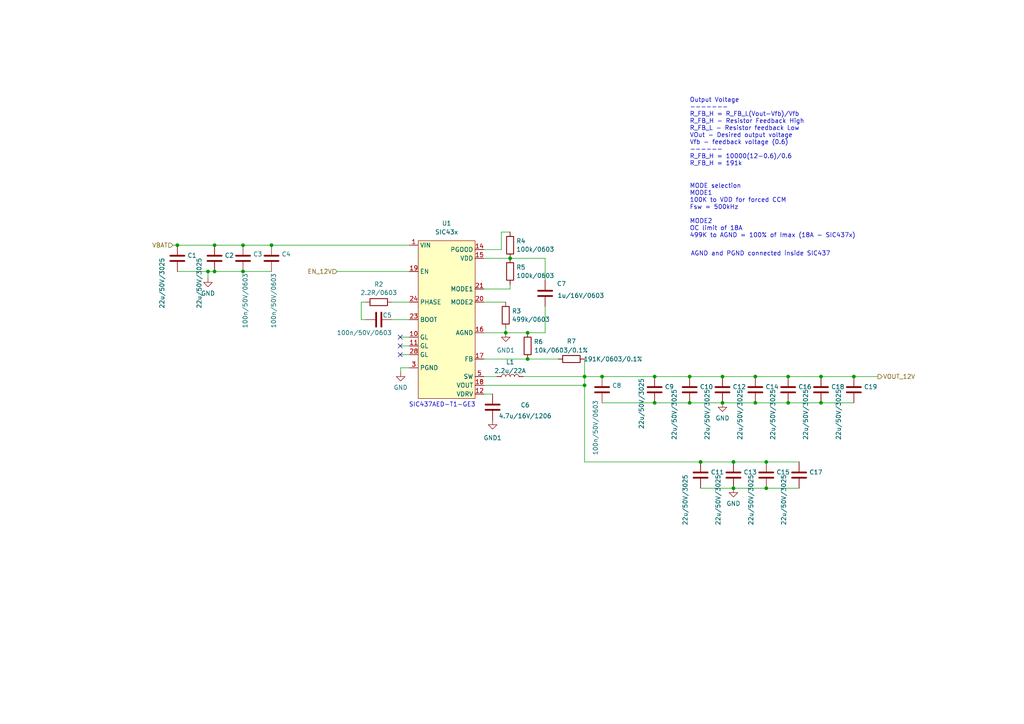
<source format=kicad_sch>
(kicad_sch (version 20250114) (generator "eeschema") (generator_version "9.0")
  (paper "A4")
  (title_block (title "Diptek Power Board V2") (date "2025-08-26") (rev "2"))
  (lib_symbols
    (symbol "Device:C" (pin_numbers (hide yes)) (pin_names (offset 0.254))
      (property "Reference" "C" (at 0.635 2.54 0))
      (property "Value" "C" (at 0.635 -2.54 0))
      (symbol "C_0_1"
        (polyline (pts (xy -2.032 0.762) (xy 2.032 0.762)) (stroke (width 0.508)))
        (polyline (pts (xy -2.032 -0.762) (xy 2.032 -0.762)) (stroke (width 0.508)))
      )
      (symbol "C_1_1"
        (pin passive line (at 0 3.81 270) (length 2.794) (name "~") (number "1"))
        (pin passive line (at 0 -3.81 90) (length 2.794) (name "~") (number "2"))
      )
    )
    (symbol "Device:L" (pin_numbers (hide yes)) (pin_names (offset 1.016) (hide yes))
      (property "Reference" "L" (at -1.27 0 90))
      (property "Value" "L" (at 1.905 0 90))
      (symbol "L_0_1"
        (arc (start 0 2.54) (mid 0.6323 1.905) (end 0 1.27))
        (arc (start 0 1.27) (mid 0.6323 0.635) (end 0 0))
        (arc (start 0 0) (mid 0.6323 -0.635) (end 0 -1.27))
        (arc (start 0 -1.27) (mid 0.6323 -1.905) (end 0 -2.54))
      )
      (symbol "L_1_1"
        (pin passive line (at 0 3.81 270) (length 1.27) (name "1") (number "1"))
        (pin passive line (at 0 -3.81 90) (length 1.27) (name "2") (number "2"))
      )
    )
    (symbol "Device:R" (pin_numbers (hide yes)) (pin_names (offset 0))
      (property "Reference" "R" (at 2.032 0 90))
      (property "Value" "R" (at 0 0 90))
      (symbol "R_0_1"
        (rectangle (start -1.016 -2.54) (end 1.016 2.54) (stroke (width 0.254)))
      )
      (symbol "R_1_1"
        (pin passive line (at 0 3.81 270) (length 1.27) (name "~") (number "1"))
        (pin passive line (at 0 -3.81 90) (length 1.27) (name "~") (number "2"))
      )
    )
    (symbol "DipTek PSU library:R" (pin_numbers (hide yes)) (pin_names (offset 0))
      (property "Reference" "R" (at 2.032 0 90))
      (property "Value" "R" (at 0 0 90))
      (symbol "R_0_1"
        (rectangle (start -1.016 -2.54) (end 1.016 2.54) (stroke (width 0.254)))
      )
      (symbol "R_1_1"
        (pin passive line (at 0 3.81 270) (length 1.27) (name "~") (number "1"))
        (pin passive line (at 0 -3.81 90) (length 1.27) (name "~") (number "2"))
      )
    )
    (symbol "RM_Converter_DCDC:SIC43x"
      (property "Reference" "U5" (at -0.635 21.59 0))
      (property "Value" "SIC43x" (at -0.635 19.05 0))
      (symbol "SIC43x_0_1"
        (rectangle (start -8.89 16.51) (end 7.62 -29.21) (fill (type background)))
      )
      (symbol "SIC43x_1_1"
        (pin input line (at -11.43 15.24 0) (length 2.54) (name "VIN") (number "1"))
        (pin passive line (at -11.43 15.24 0) (length 2.54) (hide yes) (name "VIN") (number "2"))
        (pin passive line (at -11.43 15.24 0) (length 2.54) (hide yes) (name "VIN") (number "22"))
        (pin passive line (at -11.43 15.24 0) (length 2.54) (hide yes) (name "VIN") (number "26"))
        (pin input line (at -11.43 7.62 0) (length 2.54) (name "EN") (number "19"))
        (pin input line (at -11.43 -1.27 0) (length 2.54) (name "PHASE") (number "24"))
        (pin input line (at -11.43 -6.35 0) (length 2.54) (name "BOOT") (number "23"))
        (pin passive line (at -11.43 -11.43 0) (length 2.54) (name "GL") (number "10"))
        (pin passive line (at -11.43 -13.97 0) (length 2.54) (name "GL") (number "11"))
        (pin passive line (at -11.43 -16.51 0) (length 2.54) (name "GL") (number "28"))
        (pin passive line (at -11.43 -20.32 0) (length 2.54) (hide yes) (name "PGND") (number "13"))
        (pin passive line (at -11.43 -20.32 0) (length 2.54) (hide yes) (name "PGND") (number "27"))
        (pin input line (at -11.43 -20.32 0) (length 2.54) (name "PGND") (number "3"))
        (pin passive line (at -11.43 -20.32 0) (length 2.54) (hide yes) (name "PGND") (number "4"))
        (pin open_collector line (at 10.16 13.97 180) (length 2.54) (name "PGOOD") (number "14"))
        (pin power_out line (at 10.16 11.43 180) (length 2.54) (name "VDD") (number "15"))
        (pin input line (at 10.16 2.54 180) (length 2.54) (name "MODE1") (number "21"))
        (pin input line (at 10.16 -1.27 180) (length 2.54) (name "MODE2") (number "20"))
        (pin input line (at 10.16 -10.16 180) (length 2.54) (name "AGND") (number "16"))
        (pin passive line (at 10.16 -10.16 180) (length 2.54) (hide yes) (name "AGND") (number "25"))
        (pin input line (at 10.16 -17.78 180) (length 2.54) (name "FB") (number "17"))
        (pin power_out line (at 10.16 -22.86 180) (length 2.54) (name "SW") (number "5"))
        (pin power_out line (at 10.16 -22.86 180) (length 2.54) (hide yes) (name "SW") (number "6"))
        (pin power_out line (at 10.16 -22.86 180) (length 2.54) (hide yes) (name "SW") (number "7"))
        (pin power_out line (at 10.16 -22.86 180) (length 2.54) (hide yes) (name "SW") (number "8"))
        (pin power_out line (at 10.16 -22.86 180) (length 2.54) (hide yes) (name "SW") (number "9"))
        (pin power_out line (at 10.16 -25.4 180) (length 2.54) (name "VOUT") (number "18"))
        (pin input line (at 10.16 -27.94 180) (length 2.54) (name "VDRV") (number "12"))
      )
    )
    (symbol "power:GND" (power) (pin_names (offset 0))
      (property "Value" "GND" (at 0 -3.81 0))
      (symbol "GND_0_1"
        (polyline (pts (xy 0 0) (xy 0 -1.27) (xy 1.27 -1.27) (xy 0 -2.54) (xy -1.27 -1.27) (xy 0 -1.27)))
      )
      (symbol "GND_1_1"
        (pin power_in line (at 0 0 270) (length 0) (hide yes) (name "GND") (number "1"))
      )
    )
    (symbol "power:GND1" (power) (pin_names (offset 0))
      (property "Value" "GND1" (at 0 -3.81 0))
      (symbol "GND1_0_1"
        (polyline (pts (xy 0 0) (xy 0 -1.27) (xy 1.27 -1.27) (xy 0 -2.54) (xy -1.27 -1.27) (xy 0 -1.27)))
      )
      (symbol "GND1_1_1"
        (pin power_in line (at 0 0 270) (length 0) (hide yes) (name "GND1") (number "1"))
      )
    )
  )
  (text "SIC437AED-T1-GE3" (at 128.27 117.475 0) (effects (font (size 1.27 1.27))))
  (text "MODE selection\nMODE1\n100K to VDD for forced CCM\nFsw = 500kHz\n\nMODE2\nOC limit of 18A\n499K to AGND = 100% of Imax (18A - SIC437x)" (at 200.025 61.214 0) (effects (font (size 1.27 1.27)) (justify left)))
  (text "AGND and PGND connected inside SIC437\n" (at 220.599 73.66 0) (effects (font (size 1.27 1.27))))
  (text "Output Voltage\n-------\nR_FB_H = R_FB_L(Vout-Vfb)/Vfb\nR_FB_H - Resistor Feedback High\nR_FB_L - Resistor feedback Low\nVOut - Desired output voltage\nVfb - feedback voltage (0.6)\n------\nR_FB_H = 10000(12-0.6)/0.6\nR_FB_H = 191k\n" (at 200.025 48.26 0) (effects (font (size 1.27 1.27)) (justify left bottom)))
  (junction (at 212.725 133.985))
  (junction (at 189.865 116.84))
  (junction (at 62.23 78.74))
  (junction (at 212.725 141.605))
  (junction (at 219.075 109.22))
  (junction (at 62.23 71.12))
  (junction (at 200.025 116.84))
  (junction (at 189.865 109.22))
  (junction (at 203.2 133.985))
  (junction (at 51.435 71.12))
  (junction (at 147.955 74.93))
  (junction (at 222.25 133.985))
  (junction (at 228.6 116.84))
  (junction (at 78.74 71.12))
  (junction (at 60.325 78.74))
  (junction (at 200.025 109.22))
  (junction (at 238.125 109.22))
  (junction (at 219.075 116.84))
  (junction (at 169.545 109.22))
  (junction (at 153.035 96.52))
  (junction (at 169.545 111.76))
  (junction (at 146.685 96.52))
  (junction (at 209.55 116.84))
  (junction (at 247.65 109.22))
  (junction (at 238.125 116.84))
  (junction (at 70.485 78.74))
  (junction (at 70.485 71.12))
  (junction (at 228.6 109.22))
  (junction (at 209.55 109.22))
  (junction (at 153.035 104.14))
  (junction (at 222.25 141.605))
  (junction (at 174.625 109.22))
  (no_connect (at 116.078 100.33))
  (no_connect (at 116.078 102.87))
  (no_connect (at 116.078 97.79))
  (wire (pts (xy 228.6 116.84) (xy 238.125 116.84)))
  (wire (pts (xy 104.775 92.71) (xy 106.045 92.71)))
  (wire (pts (xy 146.685 95.25) (xy 146.685 96.52)))
  (wire (pts (xy 116.078 97.79) (xy 118.745 97.79)))
  (wire (pts (xy 116.078 100.33) (xy 118.745 100.33)))
  (wire (pts (xy 62.23 71.12) (xy 70.485 71.12)))
  (wire (pts (xy 158.115 74.93) (xy 147.955 74.93)))
  (wire (pts (xy 140.335 114.3) (xy 142.875 114.3)))
  (wire (pts (xy 140.335 83.82) (xy 147.955 83.82)))
  (wire (pts (xy 51.435 71.12) (xy 62.23 71.12)))
  (wire (pts (xy 174.625 116.84) (xy 189.865 116.84)))
  (wire (pts (xy 153.035 96.52) (xy 158.115 96.52)))
  (wire (pts (xy 60.325 78.74) (xy 60.325 80.645)))
  (wire (pts (xy 140.335 87.63) (xy 146.685 87.63)))
  (wire (pts (xy 247.65 109.22) (xy 254.635 109.22)))
  (wire (pts (xy 238.125 109.22) (xy 247.65 109.22)))
  (wire (pts (xy 62.23 78.74) (xy 70.485 78.74)))
  (wire (pts (xy 106.045 87.63) (xy 104.775 87.63)))
  (wire (pts (xy 140.335 111.76) (xy 169.545 111.76)))
  (wire (pts (xy 104.775 87.63) (xy 104.775 92.71)))
  (wire (pts (xy 147.955 83.82) (xy 147.955 82.55)))
  (wire (pts (xy 169.545 109.22) (xy 169.545 104.14)))
  (wire (pts (xy 200.025 116.84) (xy 209.55 116.84)))
  (wire (pts (xy 146.685 96.52) (xy 153.035 96.52)))
  (wire (pts (xy 222.25 133.985) (xy 231.775 133.985)))
  (wire (pts (xy 189.865 116.84) (xy 200.025 116.84)))
  (wire (pts (xy 169.545 111.76) (xy 169.545 133.985)))
  (wire (pts (xy 219.075 116.84) (xy 228.6 116.84)))
  (wire (pts (xy 158.115 96.52) (xy 158.115 88.9)))
  (wire (pts (xy 70.485 78.74) (xy 78.74 78.74)))
  (wire (pts (xy 169.545 109.22) (xy 169.545 111.76)))
  (wire (pts (xy 140.335 109.22) (xy 144.145 109.22)))
  (wire (pts (xy 70.485 71.12) (xy 78.74 71.12)))
  (wire (pts (xy 238.125 116.84) (xy 247.65 116.84)))
  (wire (pts (xy 209.55 116.84) (xy 219.075 116.84)))
  (wire (pts (xy 140.335 96.52) (xy 146.685 96.52)))
  (wire (pts (xy 116.205 106.68) (xy 118.745 106.68)))
  (wire (pts (xy 145.415 72.39) (xy 145.415 67.31)))
  (wire (pts (xy 158.115 81.28) (xy 158.115 74.93)))
  (wire (pts (xy 228.6 109.22) (xy 238.125 109.22)))
  (wire (pts (xy 78.74 71.12) (xy 118.745 71.12)))
  (wire (pts (xy 60.325 78.74) (xy 62.23 78.74)))
  (wire (pts (xy 50.165 71.12) (xy 51.435 71.12)))
  (wire (pts (xy 113.665 87.63) (xy 118.745 87.63)))
  (wire (pts (xy 219.075 109.22) (xy 228.6 109.22)))
  (wire (pts (xy 200.025 109.22) (xy 209.55 109.22)))
  (wire (pts (xy 140.335 74.93) (xy 147.955 74.93)))
  (wire (pts (xy 151.765 109.22) (xy 169.545 109.22)))
  (wire (pts (xy 203.2 133.985) (xy 169.545 133.985)))
  (wire (pts (xy 169.545 109.22) (xy 174.625 109.22)))
  (wire (pts (xy 189.865 109.22) (xy 200.025 109.22)))
  (wire (pts (xy 203.2 133.985) (xy 212.725 133.985)))
  (wire (pts (xy 203.2 141.605) (xy 212.725 141.605)))
  (wire (pts (xy 140.335 104.14) (xy 153.035 104.14)))
  (wire (pts (xy 113.665 92.71) (xy 118.745 92.71)))
  (wire (pts (xy 97.79 78.74) (xy 118.745 78.74)))
  (wire (pts (xy 222.25 141.605) (xy 231.775 141.605)))
  (wire (pts (xy 174.625 109.22) (xy 189.865 109.22)))
  (wire (pts (xy 145.415 67.31) (xy 147.955 67.31)))
  (wire (pts (xy 209.55 109.22) (xy 219.075 109.22)))
  (wire (pts (xy 140.335 72.39) (xy 145.415 72.39)))
  (wire (pts (xy 212.725 141.605) (xy 222.25 141.605)))
  (wire (pts (xy 116.078 102.87) (xy 118.745 102.87)))
  (wire (pts (xy 153.035 104.14) (xy 161.925 104.14)))
  (wire (pts (xy 212.725 133.985) (xy 222.25 133.985)))
  (wire (pts (xy 116.205 107.95) (xy 116.205 106.68)))
  (wire (pts (xy 51.435 78.74) (xy 60.325 78.74)))
  (hierarchical_label "VOUT_12V" (shape output) (at 254.635 109.22 0))
  (hierarchical_label "EN_12V" (shape input) (at 97.79 78.74 180))
  (hierarchical_label "VBAT" (shape input) (at 50.165 71.12 180))
  (symbol (lib_id "Device:C") (at 203.2 137.795 0) (unit 1)
    (property "Reference" "C11" (at 206.121 136.9603 0) (effects (justify left)))
    (property "Value" "22u/50V/3025" (at 198.755 152.4 90) (effects (justify left)))
    (property "Footprint" "Library:C_CER_7.5x6.3" (effects (hide yes)))
    (property "Description" "Unpolarized capacitor" (effects (hide yes)))
    (property "Digikey" "445-174338-1-ND" (effects (hide yes)))
    (property "Coefficient" "X79" (effects (hide yes)))
    (property "Tolerance" "20" (effects (hide yes)))
    (property "Voltage" "50" (effects (hide yes)))
    (property "Manufacturer" "United Chemi-Con" (effects (hide yes)))
    (property "Part" "KTS500B226M76N0T00" (effects (hide yes)))
  )
  (symbol (lib_id "Device:C") (at 219.075 113.03 0) (unit 1)
    (property "Reference" "C14" (at 221.996 112.1953 0) (effects (justify left)))
    (property "Value" "22u/50V/3025" (at 214.63 127.635 90) (effects (justify left)))
    (property "Footprint" "Library:C_CER_7.5x6.3" (effects (hide yes)))
    (property "Description" "Unpolarized capacitor" (effects (hide yes)))
    (property "Digikey" "445-174338-1-ND" (effects (hide yes)))
    (property "Coefficient" "X79" (effects (hide yes)))
    (property "Tolerance" "20" (effects (hide yes)))
    (property "Voltage" "50" (effects (hide yes)))
    (property "Manufacturer" "United Chemi-Con" (effects (hide yes)))
    (property "Part" "KTS500B226M76N0T00" (effects (hide yes)))
  )
  (symbol (lib_id "Device:C") (at 209.55 113.03 0) (unit 1)
    (property "Reference" "C12" (at 212.471 112.1953 0) (effects (justify left)))
    (property "Value" "22u/50V/3025" (at 205.105 127.635 90) (effects (justify left)))
    (property "Footprint" "Library:C_CER_7.5x6.3" (effects (hide yes)))
    (property "Description" "Unpolarized capacitor" (effects (hide yes)))
    (property "Digikey" "445-174338-1-ND" (effects (hide yes)))
    (property "Coefficient" "X79" (effects (hide yes)))
    (property "Tolerance" "20" (effects (hide yes)))
    (property "Voltage" "50" (effects (hide yes)))
    (property "Manufacturer" "United Chemi-Con" (effects (hide yes)))
    (property "Part" "KTS500B226M76N0T00" (effects (hide yes)))
  )
  (symbol (lib_id "Device:C") (at 158.115 85.09 0) (mirror y) (unit 1)
    (property "Reference" "C7" (at 164.211 82.296 0) (effects (justify left)))
    (property "Value" "1u/16V/0603" (at 175.26 85.725 0) (effects (justify left)))
    (property "Footprint" "Capacitor_SMD:C_0603_1608Metric" (effects (hide yes)))
    (property "Description" "Unpolarized capacitor" (effects (hide yes)))
    (property "Digikey" "490-GCG188L8EE105KA07DCT-ND" (effects (hide yes)))
    (property "Coefficient" "X8L" (effects (hide yes)))
    (property "Tolerance" "10%" (effects (hide yes)))
    (property "Voltage" "16" (effects (hide yes)))
    (property "Manufacturer" "Murata Electronics" (effects (hide yes)))
    (property "Part" "GCG188L8EE105KA07D" (effects (hide yes)))
  )
  (symbol (lib_id "Device:C") (at 51.435 74.93 0) (unit 1)
    (property "Reference" "C1" (at 54.356 74.0953 0) (effects (justify left)))
    (property "Value" "22u/50V/3025" (at 46.99 89.535 90) (effects (justify left)))
    (property "Footprint" "Library:C_CER_7.5x6.3" (effects (hide yes)))
    (property "Description" "Unpolarized capacitor" (effects (hide yes)))
    (property "Digikey" "445-174338-1-ND" (effects (hide yes)))
    (property "Coefficient" "X79" (effects (hide yes)))
    (property "Tolerance" "20" (effects (hide yes)))
    (property "Voltage" "50" (effects (hide yes)))
    (property "Manufacturer" "United Chemi-Con" (effects (hide yes)))
    (property "Part" "KTS500B226M76N0T00" (effects (hide yes)))
  )
  (symbol (lib_id "power:GND1") (at 146.685 96.52 0) (unit 1)
    (property "Reference" "#PWR09" (effects (hide yes)))
    (property "Value" "GND1" (at 146.685 101.6 0))
  )
  (symbol (lib_id "Device:C") (at 174.625 113.03 180) (unit 1)
    (property "Reference" "C8" (at 177.546 111.8178 0) (effects (justify right)))
    (property "Value" "100n/50V/0603" (at 172.72 132.08 90) (effects (justify right)))
    (property "Footprint" "Capacitor_SMD:C_0603_1608Metric" (effects (hide yes)))
    (property "Description" "Unpolarized capacitor" (effects (hide yes)))
    (property "Digikey" "587-1243-1-ND" (effects (hide yes)))
    (property "Tolerance" "10%" (effects (hide yes)))
    (property "Coefficient" "X7R" (effects (hide yes)))
    (property "Voltage" "50" (effects (hide yes)))
    (property "Manufacturer" "Taiyo Yuden" (effects (hide yes)))
    (property "Part" "UMK107B7104KA-T" (effects (hide yes)))
  )
  (symbol (lib_id "DipTek PSU library:R") (at 165.735 104.14 90) (unit 1)
    (property "Reference" "R7" (at 165.735 98.9795 90))
    (property "Value" "191K/0603/0.1%" (at 177.8 104.14 90))
    (property "Footprint" "Resistor_SMD:R_0603_1608Metric" (effects (hide yes)))
    (property "Description" "Resistor" (effects (hide yes)))
    (property "Digikey" "A110327CT-ND" (effects (hide yes)))
    (property "Power" "1/16" (effects (hide yes)))
    (property "Tolerance" "0.1%" (effects (hide yes)))
    (property "Manufacturer" "TE Connectivity Passive Product" (effects (hide yes)))
    (property "Part" "1-2176090-7" (effects (hide yes)))
  )
  (symbol (lib_id "power:GND1") (at 142.875 121.92 0) (unit 1)
    (property "Reference" "#PWR08" (effects (hide yes)))
    (property "Value" "GND1" (at 142.875 127 0))
  )
  (symbol (lib_id "Device:C") (at 228.6 113.03 0) (unit 1)
    (property "Reference" "C16" (at 231.521 112.1953 0) (effects (justify left)))
    (property "Value" "22u/50V/3025" (at 224.155 127.635 90) (effects (justify left)))
    (property "Footprint" "Library:C_CER_7.5x6.3" (effects (hide yes)))
    (property "Description" "Unpolarized capacitor" (effects (hide yes)))
    (property "Digikey" "445-174338-1-ND" (effects (hide yes)))
    (property "Coefficient" "X79" (effects (hide yes)))
    (property "Tolerance" "20" (effects (hide yes)))
    (property "Voltage" "50" (effects (hide yes)))
    (property "Manufacturer" "United Chemi-Con" (effects (hide yes)))
    (property "Part" "KTS500B226M76N0T00" (effects (hide yes)))
  )
  (symbol (lib_id "Device:C") (at 200.025 113.03 0) (unit 1)
    (property "Reference" "C10" (at 202.946 112.1953 0) (effects (justify left)))
    (property "Value" "22u/50V/3025" (at 195.58 127.635 90) (effects (justify left)))
    (property "Footprint" "Library:C_CER_7.5x6.3" (effects (hide yes)))
    (property "Description" "Unpolarized capacitor" (effects (hide yes)))
    (property "Digikey" "445-174338-1-ND" (effects (hide yes)))
    (property "Coefficient" "X79" (effects (hide yes)))
    (property "Tolerance" "20" (effects (hide yes)))
    (property "Voltage" "50" (effects (hide yes)))
    (property "Manufacturer" "United Chemi-Con" (effects (hide yes)))
    (property "Part" "KTS500B226M76N0T00" (effects (hide yes)))
  )
  (symbol (lib_id "Device:C") (at 62.23 74.93 0) (unit 1)
    (property "Reference" "C2" (at 65.151 74.0953 0) (effects (justify left)))
    (property "Value" "22u/50V/3025" (at 57.785 89.535 90) (effects (justify left)))
    (property "Footprint" "Library:C_CER_7.5x6.3" (effects (hide yes)))
    (property "Description" "Unpolarized capacitor" (effects (hide yes)))
    (property "Digikey" "445-174338-1-ND" (effects (hide yes)))
    (property "Coefficient" "X79" (effects (hide yes)))
    (property "Tolerance" "20" (effects (hide yes)))
    (property "Voltage" "50" (effects (hide yes)))
    (property "Manufacturer" "United Chemi-Con" (effects (hide yes)))
    (property "Part" "KTS500B226M76N0T00" (effects (hide yes)))
  )
  (symbol (lib_id "power:GND") (at 209.55 116.84 0) (unit 1)
    (property "Reference" "#PWR010" (effects (hide yes)))
    (property "Value" "GND" (at 209.55 121.2834 0))
  )
  (symbol (lib_id "power:GND") (at 116.205 107.95 0) (unit 1)
    (property "Reference" "#PWR07" (effects (hide yes)))
    (property "Value" "GND" (at 116.205 112.3934 0))
  )
  (symbol (lib_id "Device:R") (at 146.685 91.44 0) (unit 1)
    (property "Reference" "R3" (at 148.463 90.2278 0) (effects (justify left)))
    (property "Value" "499k/0603" (at 148.463 92.6521 0) (effects (justify left)))
    (property "Footprint" "Resistor_SMD:R_0603_1608Metric" (effects (hide yes)))
    (property "Description" "Resistor" (effects (hide yes)))
  )
  (symbol (lib_id "Device:R") (at 147.955 71.12 0) (unit 1)
    (property "Reference" "R4" (at 149.733 69.9078 0) (effects (justify left)))
    (property "Value" "100k/0603" (at 149.733 72.3321 0) (effects (justify left)))
    (property "Footprint" "Resistor_SMD:R_0603_1608Metric" (effects (hide yes)))
    (property "Description" "Resistor" (effects (hide yes)))
    (property "Digikey" "311-100KHRCT-ND" (effects (hide yes)))
    (property "Power" "1/16" (effects (hide yes)))
    (property "Tolerance" "1%" (effects (hide yes)))
    (property "Manufacturer" "YAGEO" (effects (hide yes)))
    (property "Part" "RC0603FR-07100KL" (effects (hide yes)))
  )
  (symbol (lib_id "Device:C") (at 238.125 113.03 0) (unit 1)
    (property "Reference" "C18" (at 241.046 112.1953 0) (effects (justify left)))
    (property "Value" "22u/50V/3025" (at 233.68 127.635 90) (effects (justify left)))
    (property "Footprint" "Library:C_CER_7.5x6.3" (effects (hide yes)))
    (property "Description" "Unpolarized capacitor" (effects (hide yes)))
    (property "Digikey" "445-174338-1-ND" (effects (hide yes)))
    (property "Coefficient" "X79" (effects (hide yes)))
    (property "Tolerance" "20" (effects (hide yes)))
    (property "Voltage" "50" (effects (hide yes)))
    (property "Manufacturer" "United Chemi-Con" (effects (hide yes)))
    (property "Part" "KTS500B226M76N0T00" (effects (hide yes)))
  )
  (symbol (lib_id "Device:C") (at 109.855 92.71 270) (unit 1)
    (property "Reference" "C5" (at 113.665 91.44 90) (effects (justify right)))
    (property "Value" "100n/50V/0603" (at 113.665 96.52 90) (effects (justify right)))
    (property "Footprint" "Capacitor_SMD:C_0603_1608Metric" (effects (hide yes)))
    (property "Description" "Unpolarized capacitor" (effects (hide yes)))
    (property "Digikey" "587-1243-1-ND" (effects (hide yes)))
    (property "Tolerance" "10%" (effects (hide yes)))
    (property "Coefficient" "X7R" (effects (hide yes)))
    (property "Voltage" "50" (effects (hide yes)))
    (property "Manufacturer" "Taiyo Yuden" (effects (hide yes)))
    (property "Part" "UMK107B7104KA-T" (effects (hide yes)))
  )
  (symbol (lib_id "Device:C") (at 212.725 137.795 0) (unit 1)
    (property "Reference" "C13" (at 215.646 136.9603 0) (effects (justify left)))
    (property "Value" "22u/50V/3025" (at 208.28 152.4 90) (effects (justify left)))
    (property "Footprint" "Library:C_CER_7.5x6.3" (effects (hide yes)))
    (property "Description" "Unpolarized capacitor" (effects (hide yes)))
    (property "Digikey" "445-174338-1-ND" (effects (hide yes)))
    (property "Coefficient" "X79" (effects (hide yes)))
    (property "Tolerance" "20" (effects (hide yes)))
    (property "Voltage" "50" (effects (hide yes)))
    (property "Manufacturer" "United Chemi-Con" (effects (hide yes)))
    (property "Part" "KTS500B226M76N0T00" (effects (hide yes)))
  )
  (symbol (lib_id "Device:C") (at 247.65 113.03 0) (unit 1)
    (property "Reference" "C19" (at 250.571 112.1953 0) (effects (justify left)))
    (property "Value" "22u/50V/3025" (at 243.205 127.635 90) (effects (justify left)))
    (property "Footprint" "Library:C_CER_7.5x6.3" (effects (hide yes)))
    (property "Description" "Unpolarized capacitor" (effects (hide yes)))
    (property "Digikey" "445-174338-1-ND" (effects (hide yes)))
    (property "Coefficient" "X79" (effects (hide yes)))
    (property "Tolerance" "20" (effects (hide yes)))
    (property "Voltage" "50" (effects (hide yes)))
    (property "Manufacturer" "United Chemi-Con" (effects (hide yes)))
    (property "Part" "KTS500B226M76N0T00" (effects (hide yes)))
  )
  (symbol (lib_id "power:GND") (at 212.725 141.605 0) (unit 1)
    (property "Reference" "#PWR011" (effects (hide yes)))
    (property "Value" "GND" (at 212.725 146.0484 0))
  )
  (symbol (lib_id "Device:R") (at 147.955 78.74 0) (unit 1)
    (property "Reference" "R5" (at 149.733 77.5278 0) (effects (justify left)))
    (property "Value" "100k/0603" (at 149.733 79.9521 0) (effects (justify left)))
    (property "Footprint" "Resistor_SMD:R_0603_1608Metric" (effects (hide yes)))
    (property "Description" "Resistor" (effects (hide yes)))
    (property "Digikey" "311-100KHRCT-ND" (effects (hide yes)))
    (property "Power" "1/16" (effects (hide yes)))
    (property "Tolerance" "1%" (effects (hide yes)))
    (property "Manufacturer" "YAGEO" (effects (hide yes)))
    (property "Part" "RC0603FR-07100KL" (effects (hide yes)))
  )
  (symbol (lib_id "Device:L") (at 147.955 109.22 90) (unit 1)
    (property "Reference" "L1" (at 147.955 105.0122 90))
    (property "Value" "2.2u/22A" (at 147.955 107.5491 90))
    (property "Footprint" "Library:IND_SRP1265A-2R2M" (effects (hide yes)))
    (property "Description" "Inductor" (effects (hide yes)))
    (property "Digikey" "SRP1265A-2R2M" (effects (hide yes)))
    (property "Part" "SRP1265A-2R2M" (effects (hide yes)))
  )
  (symbol (lib_id "Device:R") (at 153.035 100.33 0) (unit 1)
    (property "Reference" "R6" (at 154.813 99.1178 0) (effects (justify left)))
    (property "Value" "10k/0603/0.1%" (at 154.94 101.6 0) (effects (justify left)))
    (property "Footprint" "Resistor_SMD:R_0603_1608Metric" (effects (hide yes)))
    (property "Description" "Resistor" (effects (hide yes)))
    (property "Digikey" "P20086CT-ND" (effects (hide yes)))
    (property "Power" "1/16" (effects (hide yes)))
    (property "Tolerance" "0.1%" (effects (hide yes)))
    (property "Manufacturer" "Panasonic Electronic Components" (effects (hide yes)))
    (property "Part" "ERJ-PB3B1002V" (effects (hide yes)))
  )
  (symbol (lib_id "Device:C") (at 189.865 113.03 0) (unit 1)
    (property "Reference" "C9" (at 192.786 112.1953 0) (effects (justify left)))
    (property "Value" "22u/50V/3025" (at 186.055 124.46 90) (effects (justify left)))
    (property "Footprint" "Library:C_CER_7.5x6.3" (effects (hide yes)))
    (property "Description" "Unpolarized capacitor" (effects (hide yes)))
    (property "Digikey" "445-174338-1-ND" (effects (hide yes)))
    (property "Coefficient" "X79" (effects (hide yes)))
    (property "Tolerance" "20" (effects (hide yes)))
    (property "Voltage" "50" (effects (hide yes)))
    (property "Manufacturer" "United Chemi-Con" (effects (hide yes)))
    (property "Part" "KTS500B226M76N0T00" (effects (hide yes)))
  )
  (symbol (lib_id "Device:R") (at 109.855 87.63 270) (unit 1)
    (property "Reference" "R2" (at 109.855 82.4695 90))
    (property "Value" "2.2R/0603" (at 109.855 84.8938 90))
    (property "Footprint" "Resistor_SMD:R_0603_1608Metric" (effects (hide yes)))
    (property "Description" "Resistor" (effects (hide yes)))
    (property "Digikey" "311-2.2HRCT-ND" (effects (hide yes)))
    (property "Power" "1/16" (effects (hide yes)))
    (property "Tolerance" "1%" (effects (hide yes)))
    (property "Manufacturer" "YAGEO" (effects (hide yes)))
    (property "Part" "RC0603FR-072R2L" (effects (hide yes)))
  )
  (symbol (lib_id "Device:C") (at 70.485 74.93 180) (unit 1)
    (property "Reference" "C3" (at 73.406 73.7178 0) (effects (justify right)))
    (property "Value" "100n/50V/0603" (at 71.12 95.25 90) (effects (justify right)))
    (property "Footprint" "Capacitor_SMD:C_0603_1608Metric" (effects (hide yes)))
    (property "Description" "Unpolarized capacitor" (effects (hide yes)))
    (property "Digikey" "587-1243-1-ND" (effects (hide yes)))
    (property "Tolerance" "10%" (effects (hide yes)))
    (property "Coefficient" "X7R" (effects (hide yes)))
    (property "Voltage" "50" (effects (hide yes)))
    (property "Manufacturer" "Taiyo Yuden" (effects (hide yes)))
    (property "Part" "UMK107B7104KA-T" (effects (hide yes)))
  )
  (symbol (lib_id "RM_Converter_DCDC:SIC43x") (at 130.175 86.36 0) (unit 1)
    (property "Reference" "U1" (at 129.54 64.77 0))
    (property "Value" "SIC43x" (at 129.54 67.31 0))
    (property "Footprint" "Library:VREG_SIC437AED-T1-GE3" (effects (hide yes)))
    (property "Manufacturer" "Vishay Siliconix" (effects (hide yes)))
    (property "Part" "SIC437AED-T1-GE3" (effects (hide yes)))
  )
  (symbol (lib_id "Device:C") (at 78.74 74.93 180) (unit 1)
    (property "Reference" "C4" (at 81.661 73.7178 0) (effects (justify right)))
    (property "Value" "100n/50V/0603" (at 79.375 95.25 90) (effects (justify right)))
    (property "Footprint" "Capacitor_SMD:C_0603_1608Metric" (effects (hide yes)))
    (property "Description" "Unpolarized capacitor" (effects (hide yes)))
    (property "Digikey" "587-1243-1-ND" (effects (hide yes)))
    (property "Tolerance" "10%" (effects (hide yes)))
    (property "Coefficient" "X7R" (effects (hide yes)))
    (property "Voltage" "50" (effects (hide yes)))
    (property "Manufacturer" "Taiyo Yuden" (effects (hide yes)))
    (property "Part" "UMK107B7104KA-T" (effects (hide yes)))
  )
  (symbol (lib_id "Device:C") (at 231.775 137.795 0) (unit 1)
    (property "Reference" "C17" (at 234.696 136.9603 0) (effects (justify left)))
    (property "Value" "22u/50V/3025" (at 227.33 152.4 90) (effects (justify left)))
    (property "Footprint" "Library:C_CER_7.5x6.3" (effects (hide yes)))
    (property "Description" "Unpolarized capacitor" (effects (hide yes)))
    (property "Digikey" "445-174338-1-ND" (effects (hide yes)))
    (property "Coefficient" "X79" (effects (hide yes)))
    (property "Tolerance" "20" (effects (hide yes)))
    (property "Voltage" "50" (effects (hide yes)))
    (property "Manufacturer" "United Chemi-Con" (effects (hide yes)))
    (property "Part" "KTS500B226M76N0T00" (effects (hide yes)))
  )
  (symbol (lib_id "power:GND") (at 60.325 80.645 0) (unit 1)
    (property "Reference" "#PWR06" (effects (hide yes)))
    (property "Value" "GND" (at 60.325 85.0884 0))
  )
  (symbol (lib_id "Device:C") (at 222.25 137.795 0) (unit 1)
    (property "Reference" "C15" (at 225.171 136.9603 0) (effects (justify left)))
    (property "Value" "22u/50V/3025" (at 217.805 152.4 90) (effects (justify left)))
    (property "Footprint" "Library:C_CER_7.5x6.3" (effects (hide yes)))
    (property "Description" "Unpolarized capacitor" (effects (hide yes)))
    (property "Digikey" "445-174338-1-ND" (effects (hide yes)))
    (property "Coefficient" "X79" (effects (hide yes)))
    (property "Tolerance" "20" (effects (hide yes)))
    (property "Voltage" "50" (effects (hide yes)))
    (property "Manufacturer" "United Chemi-Con" (effects (hide yes)))
    (property "Part" "KTS500B226M76N0T00" (effects (hide yes)))
  )
  (symbol (lib_id "Device:C") (at 142.875 118.11 0) (mirror y) (unit 1)
    (property "Reference" "C6" (at 153.67 117.475 0) (effects (justify left)))
    (property "Value" "4.7u/16V/1206" (at 160.02 120.65 0) (effects (justify left)))
    (property "Footprint" "Library:C_1206_3216Metric" (effects (hide yes)))
    (property "Description" "Unpolarized capacitor" (effects (hide yes)))
    (property "Digikey" "490-16469-1-ND" (effects (hide yes)))
    (property "Coefficient" "X8L" (effects (hide yes)))
    (property "Tolerance" "10" (effects (hide yes)))
    (property "Voltage" "16" (effects (hide yes)))
    (property "Manufacturer" "Murata" (effects (hide yes)))
    (property "Part" "GCJ31CL81C475KA01L" (effects (hide yes)))
  )
)
</source>
